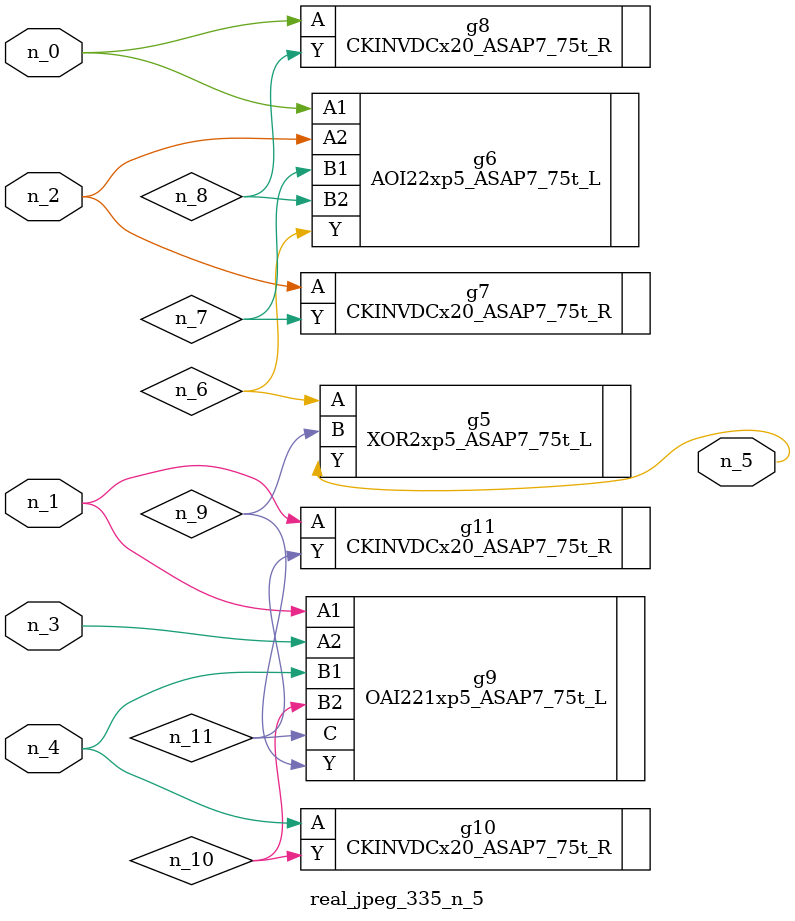
<source format=v>
module real_jpeg_335_n_5 (n_4, n_0, n_1, n_2, n_3, n_5);

input n_4;
input n_0;
input n_1;
input n_2;
input n_3;

output n_5;

wire n_8;
wire n_11;
wire n_6;
wire n_7;
wire n_10;
wire n_9;

AOI22xp5_ASAP7_75t_L g6 ( 
.A1(n_0),
.A2(n_2),
.B1(n_7),
.B2(n_8),
.Y(n_6)
);

CKINVDCx20_ASAP7_75t_R g8 ( 
.A(n_0),
.Y(n_8)
);

OAI221xp5_ASAP7_75t_L g9 ( 
.A1(n_1),
.A2(n_3),
.B1(n_4),
.B2(n_10),
.C(n_11),
.Y(n_9)
);

CKINVDCx20_ASAP7_75t_R g11 ( 
.A(n_1),
.Y(n_11)
);

CKINVDCx20_ASAP7_75t_R g7 ( 
.A(n_2),
.Y(n_7)
);

CKINVDCx20_ASAP7_75t_R g10 ( 
.A(n_4),
.Y(n_10)
);

XOR2xp5_ASAP7_75t_L g5 ( 
.A(n_6),
.B(n_9),
.Y(n_5)
);


endmodule
</source>
